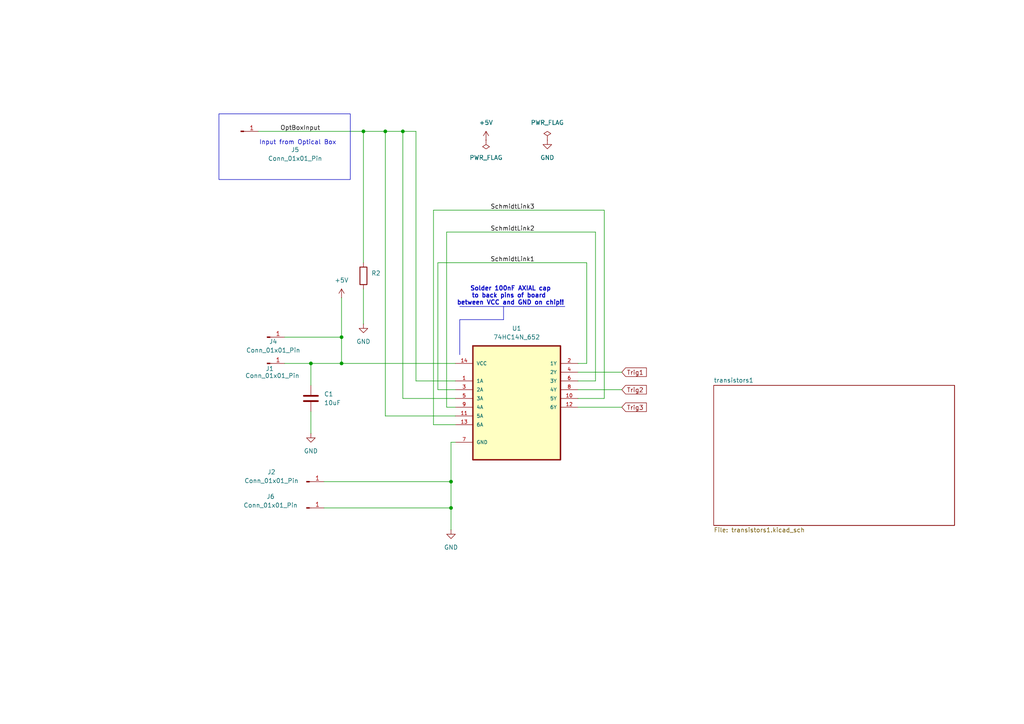
<source format=kicad_sch>
(kicad_sch (version 20250114) (generator "eeschema") (generator_version "9.0")
  (paper "A4")
  (lib_symbols
    (symbol "74HC14N_652:74HC14N_652" (pin_names (offset 1.016))
      (property "Reference" "U" (at -5.2873 15.6077 0))
      (property "Value" "74HC14N_652" (at -3.9379 -25.1774 0))
      (symbol "74HC14N_652_0_0"
        (rectangle (start -12.7 -20.32) (end 12.7 12.7) (stroke (width 0.4064)) (fill (type background)))
        (pin power_in line (at -17.78 7.62 0) (length 5.08) (name "VCC") (number "14"))
        (pin input line (at -17.78 2.54 0) (length 5.08) (name "1A") (number "1"))
        (pin input line (at -17.78 0 0) (length 5.08) (name "2A") (number "3"))
        (pin input line (at -17.78 -2.54 0) (length 5.08) (name "3A") (number "5"))
        (pin input line (at -17.78 -5.08 0) (length 5.08) (name "4A") (number "9"))
        (pin input line (at -17.78 -7.62 0) (length 5.08) (name "5A") (number "11"))
        (pin input line (at -17.78 -10.16 0) (length 5.08) (name "6A") (number "13"))
        (pin passive line (at -17.78 -15.24 0) (length 5.08) (name "GND") (number "7"))
        (pin output line (at 17.78 7.62 180) (length 5.08) (name "1Y") (number "2"))
        (pin output line (at 17.78 5.08 180) (length 5.08) (name "2Y") (number "4"))
        (pin output line (at 17.78 2.54 180) (length 5.08) (name "3Y") (number "6"))
        (pin output line (at 17.78 0 180) (length 5.08) (name "4Y") (number "8"))
        (pin output line (at 17.78 -2.54 180) (length 5.08) (name "5Y") (number "10"))
        (pin output line (at 17.78 -5.08 180) (length 5.08) (name "6Y") (number "12"))
      )
    )
    (symbol "Connector:Conn_01x01_Pin" (pin_names (offset 1.016) (hide yes))
      (property "Reference" "J" (at 0 2.54 0))
      (property "Value" "Conn_01x01_Pin" (at 0 -2.54 0))
      (symbol "Conn_01x01_Pin_1_1"
        (rectangle (start 0.8636 0.127) (end 0 -0.127) (stroke (width 0.1524)) (fill (type outline)))
        (polyline (pts (xy 1.27 0) (xy 0.8636 0)) (stroke (width 0.1524)))
        (pin passive line (at 5.08 0 180) (length 3.81) (name "Pin_1") (number "1"))
      )
    )
    (symbol "Device:C" (pin_numbers (hide yes)) (pin_names (offset 0.254))
      (property "Reference" "C" (at 0.635 2.54 0))
      (property "Value" "C" (at 0.635 -2.54 0))
      (symbol "C_0_1"
        (polyline (pts (xy -2.032 0.762) (xy 2.032 0.762)) (stroke (width 0.508)))
        (polyline (pts (xy -2.032 -0.762) (xy 2.032 -0.762)) (stroke (width 0.508)))
      )
      (symbol "C_1_1"
        (pin passive line (at 0 3.81 270) (length 2.794) (name "~") (number "1"))
        (pin passive line (at 0 -3.81 90) (length 2.794) (name "~") (number "2"))
      )
    )
    (symbol "Device:R" (pin_numbers (hide yes)) (pin_names (offset 0))
      (property "Reference" "R" (at 2.032 0 90))
      (property "Value" "R" (at 0 0 90))
      (symbol "R_0_1"
        (rectangle (start -1.016 -2.54) (end 1.016 2.54) (stroke (width 0.254)))
      )
      (symbol "R_1_1"
        (pin passive line (at 0 3.81 270) (length 1.27) (name "~") (number "1"))
        (pin passive line (at 0 -3.81 90) (length 1.27) (name "~") (number "2"))
      )
    )
    (symbol "power:+5V" (power) (pin_numbers (hide yes)) (pin_names (offset 0) (hide yes))
      (property "Value" "+5V" (at 0 3.556 0))
      (symbol "+5V_0_1"
        (polyline (pts (xy -0.762 1.27) (xy 0 2.54)))
        (polyline (pts (xy 0 2.54) (xy 0.762 1.27)))
        (polyline (pts (xy 0 0) (xy 0 2.54)))
      )
      (symbol "+5V_1_1"
        (pin power_in line (at 0 0 90) (length 0) (name "~") (number "1"))
      )
    )
    (symbol "power:GND" (power) (pin_numbers (hide yes)) (pin_names (offset 0) (hide yes))
      (property "Value" "GND" (at 0 -3.81 0))
      (symbol "GND_0_1"
        (polyline (pts (xy 0 0) (xy 0 -1.27) (xy 1.27 -1.27) (xy 0 -2.54) (xy -1.27 -1.27) (xy 0 -1.27)))
      )
      (symbol "GND_1_1"
        (pin power_in line (at 0 0 270) (length 0) (name "~") (number "1"))
      )
    )
    (symbol "power:PWR_FLAG" (power) (pin_numbers (hide yes)) (pin_names (offset 0) (hide yes))
      (property "Value" "PWR_FLAG" (at 0 3.81 0))
      (symbol "PWR_FLAG_0_0"
        (pin power_out line (at 0 0 90) (length 0) (name "~") (number "1"))
      )
      (symbol "PWR_FLAG_0_1"
        (polyline (pts (xy 0 0) (xy 0 1.27) (xy -1.016 1.905) (xy 0 2.54) (xy 1.016 1.905) (xy 0 1.27)))
      )
    )
  )
  (rectangle (start 63.5 33.02) (end 101.6 52.07))
  (text "Solder 100nF AXIAL cap\nto back pins of board \nbetween VCC and GND on chip!!" (at 148.082 85.852 0) (effects (font (size 1.27 1.27) (thickness 0.254) (bold yes))))
  (text "Input from Optical Box" (at 86.36 41.402 0) (effects (font (size 1.27 1.27))))
  (junction (at 130.81 147.32))
  (junction (at 116.84 38.1))
  (junction (at 111.76 38.1))
  (junction (at 130.81 139.7))
  (junction (at 99.06 105.41))
  (junction (at 99.06 97.79))
  (junction (at 105.41 38.1))
  (junction (at 90.17 105.41))
  (wire (pts (xy 120.65 38.1) (xy 120.65 110.49)))
  (wire (pts (xy 130.81 128.27) (xy 130.81 139.7)))
  (polyline (pts (xy 146.05 88.9) (xy 146.05 92.71)))
  (polyline (pts (xy 133.35 92.71) (xy 133.35 102.87)))
  (polyline (pts (xy 146.05 92.71) (xy 133.35 92.71)))
  (wire (pts (xy 90.17 105.41) (xy 99.06 105.41)))
  (wire (pts (xy 99.06 97.79) (xy 99.06 105.41)))
  (wire (pts (xy 105.41 83.82) (xy 105.41 93.98)))
  (wire (pts (xy 170.18 76.2) (xy 127 76.2)))
  (wire (pts (xy 105.41 38.1) (xy 105.41 76.2)))
  (wire (pts (xy 132.08 120.65) (xy 111.76 120.65)))
  (wire (pts (xy 129.54 118.11) (xy 129.54 67.31)))
  (wire (pts (xy 125.73 123.19) (xy 125.73 60.96)))
  (wire (pts (xy 175.26 115.57) (xy 167.64 115.57)))
  (wire (pts (xy 82.55 97.79) (xy 99.06 97.79)))
  (wire (pts (xy 74.93 38.1) (xy 105.41 38.1)))
  (wire (pts (xy 82.55 105.41) (xy 90.17 105.41)))
  (wire (pts (xy 172.72 67.31) (xy 172.72 110.49)))
  (wire (pts (xy 90.17 105.41) (xy 90.17 111.76)))
  (wire (pts (xy 111.76 120.65) (xy 111.76 38.1)))
  (wire (pts (xy 167.64 105.41) (xy 170.18 105.41)))
  (wire (pts (xy 132.08 123.19) (xy 125.73 123.19)))
  (polyline (pts (xy 133.35 88.9) (xy 163.83 88.9)))
  (wire (pts (xy 105.41 38.1) (xy 111.76 38.1)))
  (wire (pts (xy 130.81 139.7) (xy 130.81 147.32)))
  (wire (pts (xy 175.26 60.96) (xy 175.26 115.57)))
  (wire (pts (xy 93.98 147.32) (xy 130.81 147.32)))
  (wire (pts (xy 125.73 60.96) (xy 175.26 60.96)))
  (wire (pts (xy 116.84 38.1) (xy 120.65 38.1)))
  (wire (pts (xy 120.65 110.49) (xy 132.08 110.49)))
  (wire (pts (xy 99.06 105.41) (xy 132.08 105.41)))
  (wire (pts (xy 130.81 128.27) (xy 132.08 128.27)))
  (wire (pts (xy 170.18 76.2) (xy 170.18 105.41)))
  (wire (pts (xy 132.08 115.57) (xy 116.84 115.57)))
  (wire (pts (xy 129.54 67.31) (xy 172.72 67.31)))
  (wire (pts (xy 167.64 113.03) (xy 180.34 113.03)))
  (wire (pts (xy 172.72 110.49) (xy 167.64 110.49)))
  (wire (pts (xy 90.17 119.38) (xy 90.17 125.73)))
  (wire (pts (xy 111.76 38.1) (xy 116.84 38.1)))
  (wire (pts (xy 132.08 118.11) (xy 129.54 118.11)))
  (wire (pts (xy 127 76.2) (xy 127 113.03)))
  (wire (pts (xy 116.84 115.57) (xy 116.84 38.1)))
  (wire (pts (xy 127 113.03) (xy 132.08 113.03)))
  (wire (pts (xy 93.98 139.7) (xy 130.81 139.7)))
  (wire (pts (xy 167.64 118.11) (xy 180.34 118.11)))
  (wire (pts (xy 167.64 107.95) (xy 180.34 107.95)))
  (wire (pts (xy 99.06 86.36) (xy 99.06 97.79)))
  (wire (pts (xy 130.81 147.32) (xy 130.81 153.67)))
  (label "SchmidtLink2" (at 142.24 67.31 0))
  (label "SchmidtLink1" (at 142.24 76.2 0))
  (label "OptBoxInput" (at 81.28 38.1 0))
  (label "SchmidtLink3" (at 142.24 60.96 0))
  (global_label "Trig3" (shape input) (at 180.34 118.11 0) (property "Intersheetrefs" "${INTERSHEET_REFS}" (effects (hide yes))))
  (global_label "Trig1" (shape input) (at 180.34 107.95 0) (property "Intersheetrefs" "${INTERSHEET_REFS}" (effects (hide yes))))
  (global_label "Trig2" (shape input) (at 180.34 113.03 0) (property "Intersheetrefs" "${INTERSHEET_REFS}" (effects (hide yes))))
  (symbol (lib_id "power:PWR_FLAG") (at 158.75 40.64 0) (unit 1)
    (property "Reference" "#FLG02" (effects (hide yes)))
    (property "Value" "PWR_FLAG" (at 158.75 35.56 0))
    (property "Description" "Special symbol for telling ERC where power comes from" (effects (hide yes)))
  )
  (symbol (lib_id "Connector:Conn_01x01_Pin") (at 88.9 139.7 0) (unit 1)
    (property "Reference" "J2" (at 78.74 136.906 0))
    (property "Value" "Conn_01x01_Pin" (at 78.74 139.446 0))
    (property "Footprint" "Connector_TE-Connectivity:TE_MATE-N-LOK_1-794374-x_1x01_P4.14mm_Horizontal" (effects (hide yes)))
    (property "Description" "Generic connector, single row, 01x01, script generated" (effects (hide yes)))
  )
  (symbol (lib_id "power:PWR_FLAG") (at 140.97 40.64 180) (unit 1)
    (property "Reference" "#FLG01" (effects (hide yes)))
    (property "Value" "PWR_FLAG" (at 140.97 45.72 0))
    (property "Description" "Special symbol for telling ERC where power comes from" (effects (hide yes)))
  )
  (symbol (lib_id "Device:C") (at 90.17 115.57 0) (unit 1)
    (property "Reference" "C1" (at 93.98 114.2999 0) (effects (justify left)))
    (property "Value" "10uF" (at 93.98 116.8399 0) (effects (justify left)))
    (property "Footprint" "Capacitor_THT:CP_Radial_D8.0mm_P5.00mm" (effects (hide yes)))
    (property "Description" "Unpolarized capacitor" (effects (hide yes)))
  )
  (symbol (lib_id "74HC14N_652:74HC14N_652") (at 149.86 113.03 0) (unit 1)
    (property "Reference" "U1" (at 149.86 95.25 0))
    (property "Value" "74HC14N_652" (at 149.86 97.79 0))
    (property "Footprint" "74HC14N_652:DIP254P762X420-14" (effects (hide yes)))
    (property "MF" "NXP USA" (effects (hide yes)))
    (property "Description_1" "\n                        \n                            Inverter IC 6 Channel Schmitt Trigger 14-DIP\n                        \n" (effects (hide yes)))
    (property "PACKAGE" "DIP-14" (effects (hide yes)))
    (property "MPN" "74HC14N,652" (effects (hide yes)))
    (property "Price" "None" (effects (hide yes)))
    (property "Package" "DIP-14 Nexperia" (effects (hide yes)))
    (property "OC_FARNELL" "1826781" (effects (hide yes)))
    (property "SnapEDA_Link" "https://www.snapeda.com/parts/74HC14N,652/NXP+Semiconductors/view-part/?ref=snap" (effects (hide yes)))
    (property "MP" "74HC14N,652" (effects (hide yes)))
    (property "SUPPLIER" "NXP" (effects (hide yes)))
    (property "OC_NEWARK" "71R2054" (effects (hide yes)))
    (property "Availability" "In Stock" (effects (hide yes)))
    (property "Check_prices" "https://www.snapeda.com/parts/74HC14N,652/NXP+Semiconductors/view-part/?ref=eda" (effects (hide yes)))
  )
  (symbol (lib_id "power:GND") (at 158.75 40.64 0) (unit 1)
    (property "Reference" "#PWR02" (effects (hide yes)))
    (property "Value" "GND" (at 158.75 45.72 0))
    (property "Description" "Power symbol creates a global label with name \"GND\" , ground" (effects (hide yes)))
  )
  (symbol (lib_id "Connector:Conn_01x01_Pin") (at 77.47 105.41 0) (unit 1)
    (property "Reference" "J1" (at 78.232 106.934 0))
    (property "Value" "Conn_01x01_Pin" (at 78.994 108.966 0))
    (property "Footprint" "Connector_TE-Connectivity:TE_MATE-N-LOK_1-794374-x_1x01_P4.14mm_Horizontal" (effects (hide yes)))
    (property "Description" "Generic connector, single row, 01x01, script generated" (effects (hide yes)))
  )
  (symbol (lib_id "Connector:Conn_01x01_Pin") (at 77.47 97.79 0) (unit 1)
    (property "Reference" "J4" (at 79.248 99.06 0))
    (property "Value" "Conn_01x01_Pin" (at 79.248 101.6 0))
    (property "Footprint" "Connector_TE-Connectivity:TE_MATE-N-LOK_1-794374-x_1x01_P4.14mm_Horizontal" (effects (hide yes)))
    (property "Description" "Generic connector, single row, 01x01, script generated" (effects (hide yes)))
  )
  (symbol (lib_id "power:GND") (at 90.17 125.73 0) (unit 1)
    (property "Reference" "#PWR05" (effects (hide yes)))
    (property "Value" "GND" (at 90.17 130.81 0))
    (property "Description" "Power symbol creates a global label with name \"GND\" , ground" (effects (hide yes)))
  )
  (symbol (lib_id "power:GND") (at 130.81 153.67 0) (unit 1)
    (property "Reference" "#PWR04" (effects (hide yes)))
    (property "Value" "GND" (at 130.81 158.75 0))
    (property "Description" "Power symbol creates a global label with name \"GND\" , ground" (effects (hide yes)))
  )
  (symbol (lib_id "power:+5V") (at 99.06 86.36 0) (unit 1)
    (property "Reference" "#PWR03" (effects (hide yes)))
    (property "Value" "+5V" (at 99.06 81.28 0))
    (property "Description" "Power symbol creates a global label with name \"+5V\"" (effects (hide yes)))
  )
  (symbol (lib_id "Connector:Conn_01x01_Pin") (at 88.9 147.32 0) (unit 1)
    (property "Reference" "J6" (at 78.486 144.018 0))
    (property "Value" "Conn_01x01_Pin" (at 78.486 146.558 0))
    (property "Footprint" "Connector_TE-Connectivity:TE_MATE-N-LOK_1-794374-x_1x01_P4.14mm_Horizontal" (effects (hide yes)))
    (property "Description" "Generic connector, single row, 01x01, script generated" (effects (hide yes)))
  )
  (symbol (lib_id "Device:R") (at 105.41 80.01 0) (unit 1)
    (property "Reference" "R2" (at 107.696 79.248 0) (effects (justify left)))
    (property "Value" "10k" (effects (hide yes)))
    (property "Footprint" "Resistor_THT:R_Axial_DIN0207_L6.3mm_D2.5mm_P15.24mm_Horizontal" (effects (hide yes)))
    (property "Description" "Resistor" (effects (hide yes)))
  )
  (symbol (lib_id "power:GND") (at 105.41 93.98 0) (unit 1)
    (property "Reference" "#PWR07" (effects (hide yes)))
    (property "Value" "GND" (at 105.41 99.06 0))
    (property "Description" "Power symbol creates a global label with name \"GND\" , ground" (effects (hide yes)))
  )
  (symbol (lib_id "Connector:Conn_01x01_Pin") (at 69.85 38.1 0) (unit 1)
    (property "Reference" "J5" (at 85.598 43.434 0))
    (property "Value" "Conn_01x01_Pin" (at 85.598 45.974 0))
    (property "Footprint" "Connector_TE-Connectivity:TE_MATE-N-LOK_1-794374-x_1x01_P4.14mm_Horizontal" (effects (hide yes)))
    (property "Description" "Generic connector, single row, 01x01, script generated" (effects (hide yes)))
  )
  (symbol (lib_id "power:+5V") (at 140.97 40.64 0) (unit 1)
    (property "Reference" "#PWR01" (effects (hide yes)))
    (property "Value" "+5V" (at 140.97 35.56 0))
    (property "Description" "Power symbol creates a global label with name \"+5V\"" (effects (hide yes)))
  )
  (sheet (at 207.01 111.76) (size 69.85 40.64) (stroke (width 0.1524))
    (property "Sheetname" "transistors1" (at 207.01 111.0484 0) (effects (justify left bottom)))
    (property "Sheetfile" "transistors1.kicad_sch" (at 207.01 152.9846 0) (effects (justify left top)))
  )
)
</source>
